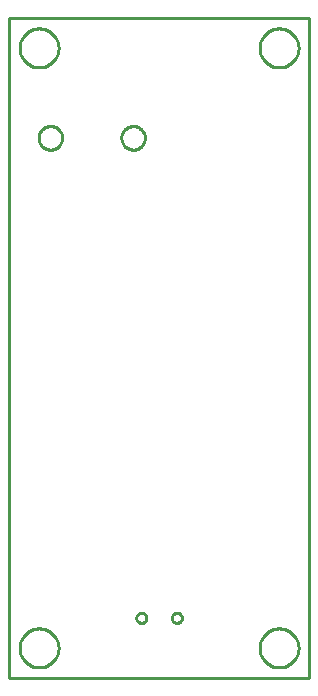
<source format=gbr>
G04 EAGLE Gerber RS-274X export*
G75*
%MOMM*%
%FSLAX34Y34*%
%LPD*%
%IN*%
%IPPOS*%
%AMOC8*
5,1,8,0,0,1.08239X$1,22.5*%
G01*
%ADD10C,0.254000*%


D10*
X0Y0D02*
X254000Y0D01*
X254000Y558800D01*
X0Y558800D01*
X0Y0D01*
X107750Y51079D02*
X107823Y51631D01*
X107967Y52169D01*
X108180Y52684D01*
X108459Y53166D01*
X108798Y53608D01*
X109192Y54002D01*
X109634Y54341D01*
X110116Y54620D01*
X110631Y54833D01*
X111169Y54977D01*
X111721Y55050D01*
X112279Y55050D01*
X112831Y54977D01*
X113369Y54833D01*
X113884Y54620D01*
X114366Y54341D01*
X114808Y54002D01*
X115202Y53608D01*
X115541Y53166D01*
X115820Y52684D01*
X116033Y52169D01*
X116177Y51631D01*
X116250Y51079D01*
X116250Y50521D01*
X116177Y49969D01*
X116033Y49431D01*
X115820Y48916D01*
X115541Y48434D01*
X115202Y47992D01*
X114808Y47598D01*
X114366Y47259D01*
X113884Y46980D01*
X113369Y46767D01*
X112831Y46623D01*
X112279Y46550D01*
X111721Y46550D01*
X111169Y46623D01*
X110631Y46767D01*
X110116Y46980D01*
X109634Y47259D01*
X109192Y47598D01*
X108798Y47992D01*
X108459Y48434D01*
X108180Y48916D01*
X107967Y49431D01*
X107823Y49969D01*
X107750Y50521D01*
X107750Y51079D01*
X137750Y51079D02*
X137823Y51631D01*
X137967Y52169D01*
X138180Y52684D01*
X138459Y53166D01*
X138798Y53608D01*
X139192Y54002D01*
X139634Y54341D01*
X140116Y54620D01*
X140631Y54833D01*
X141169Y54977D01*
X141721Y55050D01*
X142279Y55050D01*
X142831Y54977D01*
X143369Y54833D01*
X143884Y54620D01*
X144366Y54341D01*
X144808Y54002D01*
X145202Y53608D01*
X145541Y53166D01*
X145820Y52684D01*
X146033Y52169D01*
X146177Y51631D01*
X146250Y51079D01*
X146250Y50521D01*
X146177Y49969D01*
X146033Y49431D01*
X145820Y48916D01*
X145541Y48434D01*
X145202Y47992D01*
X144808Y47598D01*
X144366Y47259D01*
X143884Y46980D01*
X143369Y46767D01*
X142831Y46623D01*
X142279Y46550D01*
X141721Y46550D01*
X141169Y46623D01*
X140631Y46767D01*
X140116Y46980D01*
X139634Y47259D01*
X139192Y47598D01*
X138798Y47992D01*
X138459Y48434D01*
X138180Y48916D01*
X137967Y49431D01*
X137823Y49969D01*
X137750Y50521D01*
X137750Y51079D01*
X45000Y456763D02*
X44924Y455894D01*
X44772Y455034D01*
X44546Y454190D01*
X44248Y453370D01*
X43879Y452578D01*
X43442Y451822D01*
X42941Y451107D01*
X42380Y450438D01*
X41762Y449820D01*
X41093Y449259D01*
X40378Y448758D01*
X39622Y448321D01*
X38830Y447952D01*
X38010Y447654D01*
X37166Y447428D01*
X36307Y447276D01*
X35437Y447200D01*
X34563Y447200D01*
X33694Y447276D01*
X32834Y447428D01*
X31990Y447654D01*
X31170Y447952D01*
X30378Y448321D01*
X29622Y448758D01*
X28907Y449259D01*
X28238Y449820D01*
X27620Y450438D01*
X27059Y451107D01*
X26558Y451822D01*
X26121Y452578D01*
X25752Y453370D01*
X25454Y454190D01*
X25228Y455034D01*
X25076Y455894D01*
X25000Y456763D01*
X25000Y457637D01*
X25076Y458507D01*
X25228Y459366D01*
X25454Y460210D01*
X25752Y461030D01*
X26121Y461822D01*
X26558Y462578D01*
X27059Y463293D01*
X27620Y463962D01*
X28238Y464580D01*
X28907Y465141D01*
X29622Y465642D01*
X30378Y466079D01*
X31170Y466448D01*
X31990Y466746D01*
X32834Y466972D01*
X33694Y467124D01*
X34563Y467200D01*
X35437Y467200D01*
X36307Y467124D01*
X37166Y466972D01*
X38010Y466746D01*
X38830Y466448D01*
X39622Y466079D01*
X40378Y465642D01*
X41093Y465141D01*
X41762Y464580D01*
X42380Y463962D01*
X42941Y463293D01*
X43442Y462578D01*
X43879Y461822D01*
X44248Y461030D01*
X44546Y460210D01*
X44772Y459366D01*
X44924Y458507D01*
X45000Y457637D01*
X45000Y456763D01*
X115000Y456763D02*
X114924Y455894D01*
X114772Y455034D01*
X114546Y454190D01*
X114248Y453370D01*
X113879Y452578D01*
X113442Y451822D01*
X112941Y451107D01*
X112380Y450438D01*
X111762Y449820D01*
X111093Y449259D01*
X110378Y448758D01*
X109622Y448321D01*
X108830Y447952D01*
X108010Y447654D01*
X107166Y447428D01*
X106307Y447276D01*
X105437Y447200D01*
X104563Y447200D01*
X103694Y447276D01*
X102834Y447428D01*
X101990Y447654D01*
X101170Y447952D01*
X100378Y448321D01*
X99622Y448758D01*
X98907Y449259D01*
X98238Y449820D01*
X97620Y450438D01*
X97059Y451107D01*
X96558Y451822D01*
X96121Y452578D01*
X95752Y453370D01*
X95454Y454190D01*
X95228Y455034D01*
X95076Y455894D01*
X95000Y456763D01*
X95000Y457637D01*
X95076Y458507D01*
X95228Y459366D01*
X95454Y460210D01*
X95752Y461030D01*
X96121Y461822D01*
X96558Y462578D01*
X97059Y463293D01*
X97620Y463962D01*
X98238Y464580D01*
X98907Y465141D01*
X99622Y465642D01*
X100378Y466079D01*
X101170Y466448D01*
X101990Y466746D01*
X102834Y466972D01*
X103694Y467124D01*
X104563Y467200D01*
X105437Y467200D01*
X106307Y467124D01*
X107166Y466972D01*
X108010Y466746D01*
X108830Y466448D01*
X109622Y466079D01*
X110378Y465642D01*
X111093Y465141D01*
X111762Y464580D01*
X112380Y463962D01*
X112941Y463293D01*
X113442Y462578D01*
X113879Y461822D01*
X114248Y461030D01*
X114546Y460210D01*
X114772Y459366D01*
X114924Y458507D01*
X115000Y457637D01*
X115000Y456763D01*
X245110Y532860D02*
X245039Y531781D01*
X244898Y530709D01*
X244687Y529649D01*
X244408Y528605D01*
X244060Y527581D01*
X243646Y526583D01*
X243168Y525613D01*
X242628Y524677D01*
X242027Y523778D01*
X241369Y522921D01*
X240657Y522108D01*
X239892Y521344D01*
X239079Y520631D01*
X238222Y519973D01*
X237323Y519372D01*
X236387Y518832D01*
X235417Y518354D01*
X234419Y517940D01*
X233395Y517592D01*
X232351Y517313D01*
X231291Y517102D01*
X230219Y516961D01*
X229140Y516890D01*
X228060Y516890D01*
X226981Y516961D01*
X225909Y517102D01*
X224849Y517313D01*
X223805Y517592D01*
X222781Y517940D01*
X221783Y518354D01*
X220813Y518832D01*
X219877Y519372D01*
X218978Y519973D01*
X218121Y520631D01*
X217308Y521344D01*
X216544Y522108D01*
X215831Y522921D01*
X215173Y523778D01*
X214572Y524677D01*
X214032Y525613D01*
X213554Y526583D01*
X213140Y527581D01*
X212792Y528605D01*
X212513Y529649D01*
X212302Y530709D01*
X212161Y531781D01*
X212090Y532860D01*
X212090Y533940D01*
X212161Y535019D01*
X212302Y536091D01*
X212513Y537151D01*
X212792Y538195D01*
X213140Y539219D01*
X213554Y540217D01*
X214032Y541187D01*
X214572Y542123D01*
X215173Y543022D01*
X215831Y543879D01*
X216544Y544692D01*
X217308Y545457D01*
X218121Y546169D01*
X218978Y546827D01*
X219877Y547428D01*
X220813Y547968D01*
X221783Y548446D01*
X222781Y548860D01*
X223805Y549208D01*
X224849Y549487D01*
X225909Y549698D01*
X226981Y549839D01*
X228060Y549910D01*
X229140Y549910D01*
X230219Y549839D01*
X231291Y549698D01*
X232351Y549487D01*
X233395Y549208D01*
X234419Y548860D01*
X235417Y548446D01*
X236387Y547968D01*
X237323Y547428D01*
X238222Y546827D01*
X239079Y546169D01*
X239892Y545457D01*
X240657Y544692D01*
X241369Y543879D01*
X242027Y543022D01*
X242628Y542123D01*
X243168Y541187D01*
X243646Y540217D01*
X244060Y539219D01*
X244408Y538195D01*
X244687Y537151D01*
X244898Y536091D01*
X245039Y535019D01*
X245110Y533940D01*
X245110Y532860D01*
X41910Y532860D02*
X41839Y531781D01*
X41698Y530709D01*
X41487Y529649D01*
X41208Y528605D01*
X40860Y527581D01*
X40446Y526583D01*
X39968Y525613D01*
X39428Y524677D01*
X38827Y523778D01*
X38169Y522921D01*
X37457Y522108D01*
X36692Y521344D01*
X35879Y520631D01*
X35022Y519973D01*
X34123Y519372D01*
X33187Y518832D01*
X32217Y518354D01*
X31219Y517940D01*
X30195Y517592D01*
X29151Y517313D01*
X28091Y517102D01*
X27019Y516961D01*
X25940Y516890D01*
X24860Y516890D01*
X23781Y516961D01*
X22709Y517102D01*
X21649Y517313D01*
X20605Y517592D01*
X19581Y517940D01*
X18583Y518354D01*
X17613Y518832D01*
X16677Y519372D01*
X15778Y519973D01*
X14921Y520631D01*
X14108Y521344D01*
X13344Y522108D01*
X12631Y522921D01*
X11973Y523778D01*
X11372Y524677D01*
X10832Y525613D01*
X10354Y526583D01*
X9940Y527581D01*
X9592Y528605D01*
X9313Y529649D01*
X9102Y530709D01*
X8961Y531781D01*
X8890Y532860D01*
X8890Y533940D01*
X8961Y535019D01*
X9102Y536091D01*
X9313Y537151D01*
X9592Y538195D01*
X9940Y539219D01*
X10354Y540217D01*
X10832Y541187D01*
X11372Y542123D01*
X11973Y543022D01*
X12631Y543879D01*
X13344Y544692D01*
X14108Y545457D01*
X14921Y546169D01*
X15778Y546827D01*
X16677Y547428D01*
X17613Y547968D01*
X18583Y548446D01*
X19581Y548860D01*
X20605Y549208D01*
X21649Y549487D01*
X22709Y549698D01*
X23781Y549839D01*
X24860Y549910D01*
X25940Y549910D01*
X27019Y549839D01*
X28091Y549698D01*
X29151Y549487D01*
X30195Y549208D01*
X31219Y548860D01*
X32217Y548446D01*
X33187Y547968D01*
X34123Y547428D01*
X35022Y546827D01*
X35879Y546169D01*
X36692Y545457D01*
X37457Y544692D01*
X38169Y543879D01*
X38827Y543022D01*
X39428Y542123D01*
X39968Y541187D01*
X40446Y540217D01*
X40860Y539219D01*
X41208Y538195D01*
X41487Y537151D01*
X41698Y536091D01*
X41839Y535019D01*
X41910Y533940D01*
X41910Y532860D01*
X41910Y24860D02*
X41839Y23781D01*
X41698Y22709D01*
X41487Y21649D01*
X41208Y20605D01*
X40860Y19581D01*
X40446Y18583D01*
X39968Y17613D01*
X39428Y16677D01*
X38827Y15778D01*
X38169Y14921D01*
X37457Y14108D01*
X36692Y13344D01*
X35879Y12631D01*
X35022Y11973D01*
X34123Y11372D01*
X33187Y10832D01*
X32217Y10354D01*
X31219Y9940D01*
X30195Y9592D01*
X29151Y9313D01*
X28091Y9102D01*
X27019Y8961D01*
X25940Y8890D01*
X24860Y8890D01*
X23781Y8961D01*
X22709Y9102D01*
X21649Y9313D01*
X20605Y9592D01*
X19581Y9940D01*
X18583Y10354D01*
X17613Y10832D01*
X16677Y11372D01*
X15778Y11973D01*
X14921Y12631D01*
X14108Y13344D01*
X13344Y14108D01*
X12631Y14921D01*
X11973Y15778D01*
X11372Y16677D01*
X10832Y17613D01*
X10354Y18583D01*
X9940Y19581D01*
X9592Y20605D01*
X9313Y21649D01*
X9102Y22709D01*
X8961Y23781D01*
X8890Y24860D01*
X8890Y25940D01*
X8961Y27019D01*
X9102Y28091D01*
X9313Y29151D01*
X9592Y30195D01*
X9940Y31219D01*
X10354Y32217D01*
X10832Y33187D01*
X11372Y34123D01*
X11973Y35022D01*
X12631Y35879D01*
X13344Y36692D01*
X14108Y37457D01*
X14921Y38169D01*
X15778Y38827D01*
X16677Y39428D01*
X17613Y39968D01*
X18583Y40446D01*
X19581Y40860D01*
X20605Y41208D01*
X21649Y41487D01*
X22709Y41698D01*
X23781Y41839D01*
X24860Y41910D01*
X25940Y41910D01*
X27019Y41839D01*
X28091Y41698D01*
X29151Y41487D01*
X30195Y41208D01*
X31219Y40860D01*
X32217Y40446D01*
X33187Y39968D01*
X34123Y39428D01*
X35022Y38827D01*
X35879Y38169D01*
X36692Y37457D01*
X37457Y36692D01*
X38169Y35879D01*
X38827Y35022D01*
X39428Y34123D01*
X39968Y33187D01*
X40446Y32217D01*
X40860Y31219D01*
X41208Y30195D01*
X41487Y29151D01*
X41698Y28091D01*
X41839Y27019D01*
X41910Y25940D01*
X41910Y24860D01*
X245110Y24860D02*
X245039Y23781D01*
X244898Y22709D01*
X244687Y21649D01*
X244408Y20605D01*
X244060Y19581D01*
X243646Y18583D01*
X243168Y17613D01*
X242628Y16677D01*
X242027Y15778D01*
X241369Y14921D01*
X240657Y14108D01*
X239892Y13344D01*
X239079Y12631D01*
X238222Y11973D01*
X237323Y11372D01*
X236387Y10832D01*
X235417Y10354D01*
X234419Y9940D01*
X233395Y9592D01*
X232351Y9313D01*
X231291Y9102D01*
X230219Y8961D01*
X229140Y8890D01*
X228060Y8890D01*
X226981Y8961D01*
X225909Y9102D01*
X224849Y9313D01*
X223805Y9592D01*
X222781Y9940D01*
X221783Y10354D01*
X220813Y10832D01*
X219877Y11372D01*
X218978Y11973D01*
X218121Y12631D01*
X217308Y13344D01*
X216544Y14108D01*
X215831Y14921D01*
X215173Y15778D01*
X214572Y16677D01*
X214032Y17613D01*
X213554Y18583D01*
X213140Y19581D01*
X212792Y20605D01*
X212513Y21649D01*
X212302Y22709D01*
X212161Y23781D01*
X212090Y24860D01*
X212090Y25940D01*
X212161Y27019D01*
X212302Y28091D01*
X212513Y29151D01*
X212792Y30195D01*
X213140Y31219D01*
X213554Y32217D01*
X214032Y33187D01*
X214572Y34123D01*
X215173Y35022D01*
X215831Y35879D01*
X216544Y36692D01*
X217308Y37457D01*
X218121Y38169D01*
X218978Y38827D01*
X219877Y39428D01*
X220813Y39968D01*
X221783Y40446D01*
X222781Y40860D01*
X223805Y41208D01*
X224849Y41487D01*
X225909Y41698D01*
X226981Y41839D01*
X228060Y41910D01*
X229140Y41910D01*
X230219Y41839D01*
X231291Y41698D01*
X232351Y41487D01*
X233395Y41208D01*
X234419Y40860D01*
X235417Y40446D01*
X236387Y39968D01*
X237323Y39428D01*
X238222Y38827D01*
X239079Y38169D01*
X239892Y37457D01*
X240657Y36692D01*
X241369Y35879D01*
X242027Y35022D01*
X242628Y34123D01*
X243168Y33187D01*
X243646Y32217D01*
X244060Y31219D01*
X244408Y30195D01*
X244687Y29151D01*
X244898Y28091D01*
X245039Y27019D01*
X245110Y25940D01*
X245110Y24860D01*
M02*

</source>
